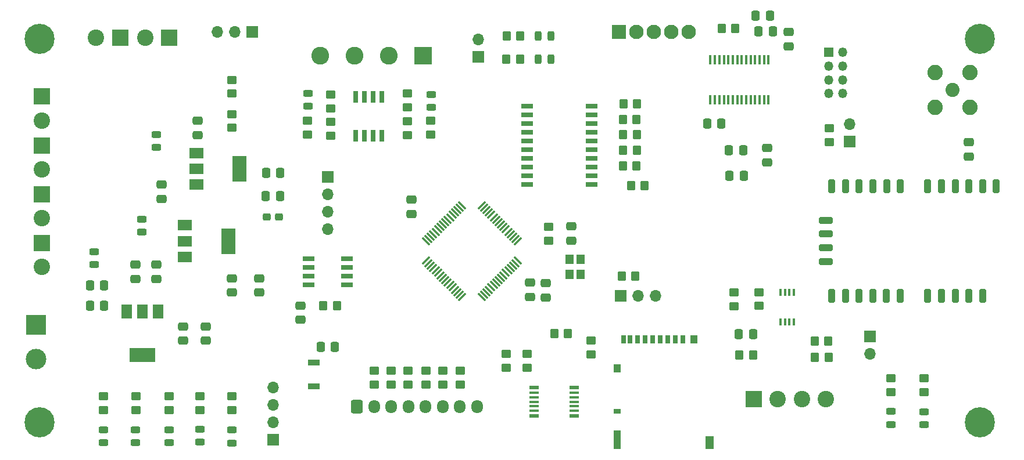
<source format=gbr>
%TF.GenerationSoftware,KiCad,Pcbnew,7.0.5*%
%TF.CreationDate,2023-09-20T17:29:03-06:00*%
%TF.ProjectId,TrustTracer_Rv1.28,54727573-7454-4726-9163-65725f527631,REV_1.28*%
%TF.SameCoordinates,Original*%
%TF.FileFunction,Soldermask,Top*%
%TF.FilePolarity,Negative*%
%FSLAX46Y46*%
G04 Gerber Fmt 4.6, Leading zero omitted, Abs format (unit mm)*
G04 Created by KiCad (PCBNEW 7.0.5) date 2023-09-20 17:29:03*
%MOMM*%
%LPD*%
G01*
G04 APERTURE LIST*
G04 Aperture macros list*
%AMRoundRect*
0 Rectangle with rounded corners*
0 $1 Rounding radius*
0 $2 $3 $4 $5 $6 $7 $8 $9 X,Y pos of 4 corners*
0 Add a 4 corners polygon primitive as box body*
4,1,4,$2,$3,$4,$5,$6,$7,$8,$9,$2,$3,0*
0 Add four circle primitives for the rounded corners*
1,1,$1+$1,$2,$3*
1,1,$1+$1,$4,$5*
1,1,$1+$1,$6,$7*
1,1,$1+$1,$8,$9*
0 Add four rect primitives between the rounded corners*
20,1,$1+$1,$2,$3,$4,$5,0*
20,1,$1+$1,$4,$5,$6,$7,0*
20,1,$1+$1,$6,$7,$8,$9,0*
20,1,$1+$1,$8,$9,$2,$3,0*%
%AMRotRect*
0 Rectangle, with rotation*
0 The origin of the aperture is its center*
0 $1 length*
0 $2 width*
0 $3 Rotation angle, in degrees counterclockwise*
0 Add horizontal line*
21,1,$1,$2,0,0,$3*%
G04 Aperture macros list end*
%ADD10RoundRect,0.243750X0.456250X-0.243750X0.456250X0.243750X-0.456250X0.243750X-0.456250X-0.243750X0*%
%ADD11RoundRect,0.250000X-0.350000X-0.450000X0.350000X-0.450000X0.350000X0.450000X-0.350000X0.450000X0*%
%ADD12R,1.350000X1.350000*%
%ADD13O,1.350000X1.350000*%
%ADD14RoundRect,0.250000X0.475000X-0.337500X0.475000X0.337500X-0.475000X0.337500X-0.475000X-0.337500X0*%
%ADD15R,2.400000X2.400000*%
%ADD16C,2.400000*%
%ADD17R,0.450000X1.475000*%
%ADD18R,1.350000X0.600000*%
%ADD19R,1.350000X0.400000*%
%ADD20RoundRect,0.250000X-0.475000X0.337500X-0.475000X-0.337500X0.475000X-0.337500X0.475000X0.337500X0*%
%ADD21R,2.000000X1.500000*%
%ADD22R,2.000000X3.800000*%
%ADD23RoundRect,0.250000X0.450000X-0.350000X0.450000X0.350000X-0.450000X0.350000X-0.450000X-0.350000X0*%
%ADD24RoundRect,0.250000X-0.450000X0.350000X-0.450000X-0.350000X0.450000X-0.350000X0.450000X0.350000X0*%
%ADD25R,1.700000X1.700000*%
%ADD26O,1.700000X1.700000*%
%ADD27RoundRect,0.250000X0.337500X0.475000X-0.337500X0.475000X-0.337500X-0.475000X0.337500X-0.475000X0*%
%ADD28R,1.200000X1.400000*%
%ADD29R,0.700000X1.200000*%
%ADD30R,1.000000X1.200000*%
%ADD31R,1.000000X0.800000*%
%ADD32R,1.000000X2.800000*%
%ADD33R,1.300000X1.900000*%
%ADD34R,1.700000X0.900000*%
%ADD35RoundRect,0.250000X-0.337500X-0.475000X0.337500X-0.475000X0.337500X0.475000X-0.337500X0.475000X0*%
%ADD36R,3.000000X3.000000*%
%ADD37C,3.000000*%
%ADD38R,1.700000X0.700000*%
%ADD39RoundRect,0.250000X0.350000X0.450000X-0.350000X0.450000X-0.350000X-0.450000X0.350000X-0.450000X0*%
%ADD40RoundRect,0.250000X-0.250000X0.750000X-0.250000X-0.750000X0.250000X-0.750000X0.250000X0.750000X0*%
%ADD41RoundRect,0.250000X0.750000X0.250000X-0.750000X0.250000X-0.750000X-0.250000X0.750000X-0.250000X0*%
%ADD42C,0.700000*%
%ADD43C,4.400000*%
%ADD44R,2.100000X2.100000*%
%ADD45C,2.100000*%
%ADD46RotRect,0.300000X1.475000X315.000000*%
%ADD47RotRect,0.300000X1.475000X225.000000*%
%ADD48R,1.800000X0.650000*%
%ADD49R,2.600000X2.600000*%
%ADD50C,2.600000*%
%ADD51RoundRect,0.243750X0.243750X0.456250X-0.243750X0.456250X-0.243750X-0.456250X0.243750X-0.456250X0*%
%ADD52R,1.500000X2.000000*%
%ADD53R,3.800000X2.000000*%
%ADD54RoundRect,0.250000X-0.312500X-0.275000X0.312500X-0.275000X0.312500X0.275000X-0.312500X0.275000X0*%
%ADD55C,2.050000*%
%ADD56C,2.250000*%
%ADD57R,0.400000X1.100000*%
%ADD58RoundRect,0.250000X-0.600000X-0.725000X0.600000X-0.725000X0.600000X0.725000X-0.600000X0.725000X0*%
%ADD59O,1.700000X1.950000*%
%ADD60R,0.700000X1.700000*%
G04 APERTURE END LIST*
D10*
%TO.C,D3*%
X42000000Y-40875000D03*
X42000000Y-39000000D03*
%TD*%
D11*
%TO.C,R30*%
X109811001Y-59629042D03*
X111811001Y-59629042D03*
%TD*%
D12*
%TO.C,COMM-TRV1*%
X140000000Y-27000000D03*
D13*
X142000000Y-27000000D03*
X140000000Y-29000000D03*
X142000000Y-29000000D03*
X140000000Y-31000000D03*
X142000000Y-31000000D03*
X140000000Y-33000000D03*
X142000000Y-33000000D03*
%TD*%
D14*
%TO.C,C15*%
X131000000Y-43047159D03*
X131000000Y-40972159D03*
%TD*%
D15*
%TO.C,sw-pwr-bp1*%
X25355895Y-33442916D03*
D16*
X25355895Y-36942916D03*
%TD*%
D10*
%TO.C,BP-ON1*%
X39000000Y-83937500D03*
X39000000Y-82062500D03*
%TD*%
D17*
%TO.C,IC1*%
X122750000Y-33938000D03*
X123400000Y-33938000D03*
X124050000Y-33938000D03*
X124700000Y-33938000D03*
X125350000Y-33938000D03*
X126000000Y-33938000D03*
X126650000Y-33938000D03*
X127300000Y-33938000D03*
X127950000Y-33938000D03*
X128600000Y-33938000D03*
X129250000Y-33938000D03*
X129900000Y-33938000D03*
X130550000Y-33938000D03*
X131200000Y-33938000D03*
X131200000Y-28062000D03*
X130550000Y-28062000D03*
X129900000Y-28062000D03*
X129250000Y-28062000D03*
X128600000Y-28062000D03*
X127950000Y-28062000D03*
X127300000Y-28062000D03*
X126650000Y-28062000D03*
X126000000Y-28062000D03*
X125350000Y-28062000D03*
X124700000Y-28062000D03*
X124050000Y-28062000D03*
X123400000Y-28062000D03*
X122750000Y-28062000D03*
%TD*%
D14*
%TO.C,C6*%
X48000000Y-39037500D03*
X48000000Y-36962500D03*
%TD*%
%TO.C,C20*%
X96472389Y-62686396D03*
X96472389Y-60611396D03*
%TD*%
D18*
%TO.C,U6*%
X97075000Y-75950000D03*
D19*
X97075000Y-76700000D03*
X97075000Y-77350000D03*
X97075000Y-78000000D03*
X97075000Y-78650000D03*
X97075000Y-79300000D03*
D18*
X97075000Y-80050000D03*
X102925000Y-80050000D03*
D19*
X102925000Y-79300000D03*
X102925000Y-78650000D03*
X102925000Y-78000000D03*
X102925000Y-77350000D03*
X102925000Y-76700000D03*
D18*
X102925000Y-75950000D03*
%TD*%
D15*
%TO.C,SW-ARM1*%
X25357600Y-47686000D03*
D16*
X25357600Y-51186000D03*
%TD*%
D20*
%TO.C,C24*%
X39000000Y-57962500D03*
X39000000Y-60037500D03*
%TD*%
D21*
%TO.C,U4*%
X46181496Y-52230884D03*
X46181496Y-54530884D03*
D22*
X52481496Y-54530884D03*
D21*
X46181496Y-56830884D03*
%TD*%
D11*
%TO.C,R16*%
X126934440Y-71153992D03*
X128934440Y-71153992D03*
%TD*%
D10*
%TO.C,D5*%
X149073208Y-81288318D03*
X149073208Y-79413318D03*
%TD*%
D14*
%TO.C,C4*%
X49191666Y-69066508D03*
X49191666Y-66991508D03*
%TD*%
D11*
%TO.C,R11*%
X100000000Y-68000000D03*
X102000000Y-68000000D03*
%TD*%
D23*
%TO.C,R7*%
X140053600Y-40055200D03*
X140053600Y-38055200D03*
%TD*%
D24*
%TO.C,R9*%
X96000000Y-71000000D03*
X96000000Y-73000000D03*
%TD*%
D25*
%TO.C,J8*%
X109656700Y-62547854D03*
D26*
X112196700Y-62547854D03*
X114736700Y-62547854D03*
%TD*%
D27*
%TO.C,C7*%
X60062233Y-44612962D03*
X57987233Y-44612962D03*
%TD*%
D28*
%TO.C,Y1*%
X102221424Y-57157236D03*
X102221424Y-59357236D03*
X103821424Y-59357236D03*
X103821424Y-57157236D03*
%TD*%
D29*
%TO.C,J9*%
X118761228Y-68841683D03*
X117661228Y-68841683D03*
X116561228Y-68841683D03*
X115461228Y-68841683D03*
X114361228Y-68841683D03*
X113261228Y-68841683D03*
X112161228Y-68841683D03*
X111061228Y-68841683D03*
X110111228Y-68841683D03*
D30*
X120311228Y-68841683D03*
X109161228Y-73141683D03*
D31*
X109161228Y-79341683D03*
D32*
X109161228Y-83491683D03*
D33*
X122661228Y-83941683D03*
%TD*%
D34*
%TO.C,SW1*%
X65000000Y-75700000D03*
X65000000Y-72300000D03*
%TD*%
D10*
%TO.C,D2*%
X33000000Y-57937500D03*
X33000000Y-56062500D03*
%TD*%
D23*
%TO.C,RBT6*%
X76265800Y-75478360D03*
X76265800Y-73478360D03*
%TD*%
D11*
%TO.C,R4*%
X109982237Y-36796808D03*
X111982237Y-36796808D03*
%TD*%
D35*
%TO.C,C12*%
X126896940Y-68153992D03*
X128971940Y-68153992D03*
%TD*%
%TO.C,C16*%
X129355653Y-21641078D03*
X131430653Y-21641078D03*
%TD*%
D36*
%TO.C,BT1*%
X24519400Y-66776000D03*
D37*
X24519400Y-71776000D03*
%TD*%
D35*
%TO.C,C19*%
X122267928Y-37393153D03*
X124342928Y-37393153D03*
%TD*%
D20*
%TO.C,C10*%
X160397770Y-40101373D03*
X160397770Y-42176373D03*
%TD*%
D38*
%TO.C,U7*%
X69800000Y-60905000D03*
X69800000Y-59635000D03*
X69800000Y-58365000D03*
X69800000Y-57095000D03*
X64200000Y-57095000D03*
X64200000Y-58365000D03*
X64200000Y-59635000D03*
X64200000Y-60905000D03*
%TD*%
D24*
%TO.C,RLED3*%
X64000000Y-37000000D03*
X64000000Y-39000000D03*
%TD*%
D10*
%TO.C,D8*%
X53040590Y-84000000D03*
X53040590Y-82125000D03*
%TD*%
D23*
%TO.C,R26*%
X99168601Y-54451347D03*
X99168601Y-52451347D03*
%TD*%
D24*
%TO.C,R12*%
X105341916Y-69066004D03*
X105341916Y-71066004D03*
%TD*%
%TO.C,RLED4*%
X82000000Y-37000000D03*
X82000000Y-39000000D03*
%TD*%
D35*
%TO.C,C14*%
X125537487Y-45000000D03*
X127612487Y-45000000D03*
%TD*%
D23*
%TO.C,R5*%
X153838608Y-76548118D03*
X153838608Y-74548118D03*
%TD*%
D11*
%TO.C,R23*%
X109992699Y-43604547D03*
X111992699Y-43604547D03*
%TD*%
D15*
%TO.C,SW-PIR1*%
X25354484Y-40564343D03*
D16*
X25354484Y-44064343D03*
%TD*%
D11*
%TO.C,R29*%
X137934440Y-69153992D03*
X139934440Y-69153992D03*
%TD*%
D24*
%TO.C,R2*%
X53000000Y-31000000D03*
X53000000Y-33000000D03*
%TD*%
%TO.C,R14*%
X53040589Y-77196217D03*
X53040589Y-79196217D03*
%TD*%
D25*
%TO.C,J4*%
X59000000Y-83540000D03*
D26*
X59000000Y-81000000D03*
X59000000Y-78460000D03*
X59000000Y-75920000D03*
%TD*%
D11*
%TO.C,R19*%
X110034402Y-41310517D03*
X112034402Y-41310517D03*
%TD*%
D21*
%TO.C,U2*%
X47850000Y-41700000D03*
X47850000Y-44000000D03*
X47850000Y-46300000D03*
D22*
X54150000Y-44000000D03*
%TD*%
D14*
%TO.C,C21*%
X79215158Y-50580616D03*
X79215158Y-48505616D03*
%TD*%
D11*
%TO.C,R25*%
X111173886Y-46457477D03*
X113173886Y-46457477D03*
%TD*%
D39*
%TO.C,R24*%
X126384416Y-23463047D03*
X124384416Y-23463047D03*
%TD*%
D23*
%TO.C,RBT2*%
X86322500Y-75478360D03*
X86322500Y-73478360D03*
%TD*%
D11*
%TO.C,R18*%
X110019354Y-39021716D03*
X112019354Y-39021716D03*
%TD*%
D40*
%TO.C,U3*%
X164400000Y-46500000D03*
X162400000Y-46500000D03*
X160400000Y-46500000D03*
X158400000Y-46500000D03*
X156400000Y-46500000D03*
X154400000Y-46500000D03*
X150410000Y-46500000D03*
X148410000Y-46500000D03*
X146410000Y-46500000D03*
X144410000Y-46500000D03*
X142410000Y-46500000D03*
X140410000Y-46500000D03*
X140400000Y-62520000D03*
X142400000Y-62520000D03*
X144400000Y-62520000D03*
X146400000Y-62520000D03*
X148400000Y-62520000D03*
X150400000Y-62520000D03*
X154400000Y-62520000D03*
X156400000Y-62520000D03*
X158400000Y-62520000D03*
X160400000Y-62520000D03*
X162400000Y-62520000D03*
D41*
X139600000Y-51500000D03*
X139600000Y-53500000D03*
X139600000Y-55500000D03*
X139600000Y-57500000D03*
%TD*%
D42*
%TO.C,GNDSCREW1*%
X160350000Y-25000000D03*
X160833274Y-23833274D03*
X160833274Y-26166726D03*
X162000000Y-23350000D03*
D43*
X162000000Y-25000000D03*
D42*
X162000000Y-26650000D03*
X163166726Y-23833274D03*
X163166726Y-26166726D03*
X163650000Y-25000000D03*
%TD*%
D24*
%TO.C,R27*%
X126195256Y-62040556D03*
X126195256Y-64040556D03*
%TD*%
D15*
%TO.C,sw-main2*%
X25363227Y-54812975D03*
D16*
X25363227Y-58312975D03*
%TD*%
D44*
%TO.C,J6*%
X109380000Y-24000000D03*
D45*
X111920000Y-24000000D03*
X114460000Y-24000000D03*
X117000000Y-24000000D03*
X119540000Y-24000000D03*
%TD*%
D46*
%TO.C,IC3*%
X94709029Y-54594272D03*
X94355476Y-54240718D03*
X94001922Y-53887165D03*
X93648369Y-53533612D03*
X93294816Y-53180058D03*
X92941262Y-52826505D03*
X92587709Y-52472951D03*
X92234155Y-52119398D03*
X91880602Y-51765845D03*
X91527049Y-51412291D03*
X91173495Y-51058738D03*
X90819942Y-50705184D03*
X90466388Y-50351631D03*
X90112835Y-49998078D03*
X89759282Y-49644524D03*
X89405728Y-49290971D03*
D47*
X86594272Y-49290971D03*
X86240718Y-49644524D03*
X85887165Y-49998078D03*
X85533612Y-50351631D03*
X85180058Y-50705184D03*
X84826505Y-51058738D03*
X84472951Y-51412291D03*
X84119398Y-51765845D03*
X83765845Y-52119398D03*
X83412291Y-52472951D03*
X83058738Y-52826505D03*
X82705184Y-53180058D03*
X82351631Y-53533612D03*
X81998078Y-53887165D03*
X81644524Y-54240718D03*
X81290971Y-54594272D03*
D46*
X81290971Y-57405728D03*
X81644524Y-57759282D03*
X81998078Y-58112835D03*
X82351631Y-58466388D03*
X82705184Y-58819942D03*
X83058738Y-59173495D03*
X83412291Y-59527049D03*
X83765845Y-59880602D03*
X84119398Y-60234155D03*
X84472951Y-60587709D03*
X84826505Y-60941262D03*
X85180058Y-61294816D03*
X85533612Y-61648369D03*
X85887165Y-62001922D03*
X86240718Y-62355476D03*
X86594272Y-62709029D03*
D47*
X89405728Y-62709029D03*
X89759282Y-62355476D03*
X90112835Y-62001922D03*
X90466388Y-61648369D03*
X90819942Y-61294816D03*
X91173495Y-60941262D03*
X91527049Y-60587709D03*
X91880602Y-60234155D03*
X92234155Y-59880602D03*
X92587709Y-59527049D03*
X92941262Y-59173495D03*
X93294816Y-58819942D03*
X93648369Y-58466388D03*
X94001922Y-58112835D03*
X94355476Y-57759282D03*
X94709029Y-57405728D03*
%TD*%
D25*
%TO.C,J7*%
X67000000Y-45200000D03*
D26*
X67000000Y-47740000D03*
X67000000Y-50280000D03*
X67000000Y-52820000D03*
%TD*%
D20*
%TO.C,C27*%
X57000000Y-59962500D03*
X57000000Y-62037500D03*
%TD*%
D10*
%TO.C,D7*%
X48364177Y-83892062D03*
X48364177Y-82017062D03*
%TD*%
D48*
%TO.C,IC2*%
X96000000Y-34840000D03*
X96000000Y-36110000D03*
X96000000Y-37380000D03*
X96000000Y-38650000D03*
X96000000Y-39920000D03*
X96000000Y-41190000D03*
X96000000Y-42460000D03*
X96000000Y-43730000D03*
X96000000Y-45000000D03*
X96000000Y-46270000D03*
X105450000Y-46270000D03*
X105450000Y-45000000D03*
X105450000Y-43730000D03*
X105450000Y-42460000D03*
X105450000Y-41190000D03*
X105450000Y-39920000D03*
X105450000Y-38650000D03*
X105450000Y-37380000D03*
X105450000Y-36110000D03*
X105450000Y-34840000D03*
%TD*%
D24*
%TO.C,R28*%
X129804743Y-62000000D03*
X129804743Y-64000000D03*
%TD*%
D14*
%TO.C,C3*%
X45928172Y-69067288D03*
X45928172Y-66992288D03*
%TD*%
D27*
%TO.C,C1*%
X34412792Y-61000000D03*
X32337792Y-61000000D03*
%TD*%
D20*
%TO.C,C5*%
X42758298Y-46276916D03*
X42758298Y-48351916D03*
%TD*%
D10*
%TO.C,IGNI1*%
X64134000Y-34880300D03*
X64134000Y-33005300D03*
%TD*%
D24*
%TO.C,R32*%
X67406699Y-33147350D03*
X67406699Y-35147350D03*
%TD*%
D10*
%TO.C,TV_ON1*%
X34287725Y-83937500D03*
X34287725Y-82062500D03*
%TD*%
D49*
%TO.C,J2*%
X80862800Y-27500000D03*
D50*
X75862800Y-27500000D03*
X70862800Y-27500000D03*
X65862800Y-27500000D03*
%TD*%
D10*
%TO.C,BP-ON2*%
X43882226Y-83937500D03*
X43882226Y-82062500D03*
%TD*%
D24*
%TO.C,R13*%
X48376425Y-77187349D03*
X48376425Y-79187349D03*
%TD*%
D11*
%TO.C,R17*%
X137943356Y-71474852D03*
X139943356Y-71474852D03*
%TD*%
D51*
%TO.C,D11*%
X99523161Y-27982429D03*
X97648161Y-27982429D03*
%TD*%
D10*
%TO.C,D1*%
X39906176Y-53240818D03*
X39906176Y-51365818D03*
%TD*%
D11*
%TO.C,R20*%
X93000000Y-28000000D03*
X95000000Y-28000000D03*
%TD*%
D20*
%TO.C,C25*%
X42000000Y-58000000D03*
X42000000Y-60075000D03*
%TD*%
D52*
%TO.C,U1*%
X42300000Y-64850000D03*
X40000000Y-64850000D03*
D53*
X40000000Y-71150000D03*
D52*
X37700000Y-64850000D03*
%TD*%
D35*
%TO.C,C17*%
X129772500Y-23911202D03*
X131847500Y-23911202D03*
%TD*%
D54*
%TO.C,C9*%
X58150000Y-51000000D03*
X59925000Y-51000000D03*
%TD*%
D42*
%TO.C,GNDSCREW2*%
X160350000Y-81000000D03*
X160833274Y-79833274D03*
X160833274Y-82166726D03*
X162000000Y-79350000D03*
D43*
X162000000Y-81000000D03*
D42*
X162000000Y-82650000D03*
X163166726Y-79833274D03*
X163166726Y-82166726D03*
X163650000Y-81000000D03*
%TD*%
D39*
%TO.C,R15*%
X68355600Y-64000000D03*
X66355600Y-64000000D03*
%TD*%
D55*
%TO.C,antena1*%
X158000000Y-32460000D03*
D56*
X155460000Y-29920000D03*
X155460000Y-35000000D03*
X160540000Y-29920000D03*
X160540000Y-35000000D03*
%TD*%
D14*
%TO.C,C18*%
X134135062Y-26099014D03*
X134135062Y-24024014D03*
%TD*%
D25*
%TO.C,SERIAL1*%
X88928318Y-27616088D03*
D26*
X88928318Y-25076088D03*
%TD*%
D10*
%TO.C,D4*%
X153838608Y-81308118D03*
X153838608Y-79433118D03*
%TD*%
D57*
%TO.C,U5*%
X134909440Y-62003992D03*
X134259440Y-62003992D03*
X133609440Y-62003992D03*
X132959440Y-62003992D03*
X132959440Y-66303992D03*
X133609440Y-66303992D03*
X134259440Y-66303992D03*
X134909440Y-66303992D03*
%TD*%
D23*
%TO.C,RBT5*%
X78719900Y-75478360D03*
X78719900Y-73478360D03*
%TD*%
D11*
%TO.C,R1*%
X110059588Y-34528668D03*
X112059588Y-34528668D03*
%TD*%
D58*
%TO.C,BTTNS1*%
X71250000Y-78700000D03*
D59*
X73750000Y-78700000D03*
X76250000Y-78700000D03*
X78750000Y-78700000D03*
X81250000Y-78700000D03*
X83750000Y-78700000D03*
X86250000Y-78700000D03*
X88750000Y-78700000D03*
%TD*%
D23*
%TO.C,RBT3*%
X83788300Y-75478360D03*
X83788300Y-73478360D03*
%TD*%
D51*
%TO.C,D12*%
X99531261Y-24640929D03*
X97656261Y-24640929D03*
%TD*%
D23*
%TO.C,RBT4*%
X81322500Y-75478360D03*
X81322500Y-73478360D03*
%TD*%
D35*
%TO.C,C13*%
X125449027Y-41301983D03*
X127524027Y-41301983D03*
%TD*%
D23*
%TO.C,RLED1*%
X34294636Y-79181350D03*
X34294636Y-77181350D03*
%TD*%
D10*
%TO.C,IGNI2*%
X82029400Y-35031900D03*
X82029400Y-33156900D03*
%TD*%
D24*
%TO.C,R31*%
X78573508Y-33019926D03*
X78573508Y-35019926D03*
%TD*%
%TO.C,RPD1*%
X67380599Y-37163750D03*
X67380599Y-39163750D03*
%TD*%
D14*
%TO.C,C22*%
X102467540Y-54453522D03*
X102467540Y-52378522D03*
%TD*%
D24*
%TO.C,RPD2*%
X78632208Y-37043026D03*
X78632208Y-39043026D03*
%TD*%
D23*
%TO.C,RBT7*%
X73776800Y-75478360D03*
X73776800Y-73478360D03*
%TD*%
D24*
%TO.C,R3*%
X53000000Y-36000000D03*
X53000000Y-38000000D03*
%TD*%
%TO.C,R10*%
X93000000Y-71000000D03*
X93000000Y-73000000D03*
%TD*%
D11*
%TO.C,R21*%
X93050105Y-24626259D03*
X95050105Y-24626259D03*
%TD*%
D23*
%TO.C,RLED5*%
X43904277Y-79203476D03*
X43904277Y-77203476D03*
%TD*%
D27*
%TO.C,C2*%
X34412792Y-64000000D03*
X32337792Y-64000000D03*
%TD*%
D25*
%TO.C,FAN1*%
X56000000Y-24000000D03*
D26*
X53460000Y-24000000D03*
X50920000Y-24000000D03*
%TD*%
D60*
%TO.C,MOS1*%
X71095000Y-39124000D03*
X72365000Y-39124000D03*
X73635000Y-39124000D03*
X74905000Y-39124000D03*
X74905000Y-33524000D03*
X73635000Y-33524000D03*
X72365000Y-33524000D03*
X71095000Y-33524000D03*
%TD*%
D25*
%TO.C,J1*%
X146000000Y-68460000D03*
D26*
X146000000Y-71000000D03*
%TD*%
D42*
%TO.C,GNDSCREW4*%
X23350000Y-81000000D03*
X23833274Y-79833274D03*
X23833274Y-82166726D03*
X25000000Y-79350000D03*
D43*
X25000000Y-81000000D03*
D42*
X25000000Y-82650000D03*
X26166726Y-79833274D03*
X26166726Y-82166726D03*
X26650000Y-81000000D03*
%TD*%
D23*
%TO.C,RLED2*%
X39018464Y-79203476D03*
X39018464Y-77203476D03*
%TD*%
D20*
%TO.C,C26*%
X53000000Y-59962500D03*
X53000000Y-62037500D03*
%TD*%
D14*
%TO.C,C11*%
X63000000Y-66037500D03*
X63000000Y-63962500D03*
%TD*%
D15*
%TO.C,presure-sens1*%
X129068500Y-77594000D03*
D16*
X132568500Y-77594000D03*
X136068500Y-77594000D03*
X139568500Y-77594000D03*
%TD*%
D27*
%TO.C,C8*%
X60037500Y-48000000D03*
X57962500Y-48000000D03*
%TD*%
%TO.C,C28*%
X68037500Y-70000000D03*
X65962500Y-70000000D03*
%TD*%
D15*
%TO.C,sw-pwr-bp2*%
X36750000Y-24841992D03*
D16*
X33250000Y-24841992D03*
%TD*%
D20*
%TO.C,C23*%
X98749140Y-60672230D03*
X98749140Y-62747230D03*
%TD*%
D42*
%TO.C,GNDSCREW3*%
X23350000Y-25000000D03*
X23833274Y-23833274D03*
X23833274Y-26166726D03*
X25000000Y-23350000D03*
D43*
X25000000Y-25000000D03*
D42*
X25000000Y-26650000D03*
X26166726Y-23833274D03*
X26166726Y-26166726D03*
X26650000Y-25000000D03*
%TD*%
D23*
%TO.C,R6*%
X149078608Y-76548118D03*
X149078608Y-74548118D03*
%TD*%
D15*
%TO.C,sw-pwr-tv1*%
X43890559Y-24841007D03*
D16*
X40390559Y-24841007D03*
%TD*%
D25*
%TO.C,J3*%
X143000000Y-40000000D03*
D26*
X143000000Y-37460000D03*
%TD*%
M02*

</source>
